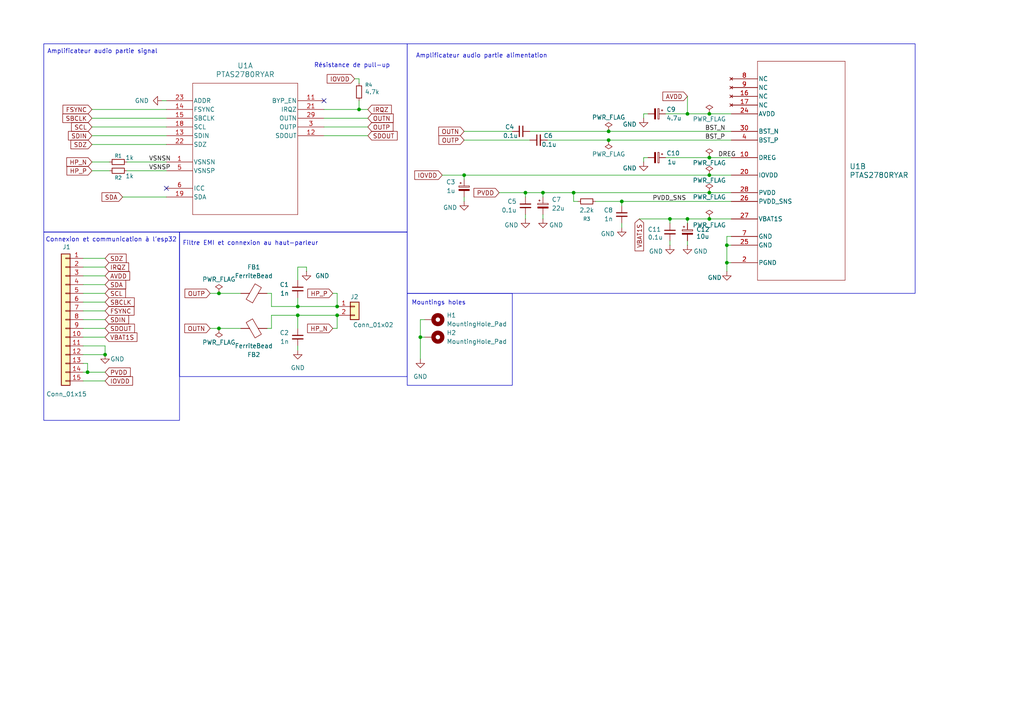
<source format=kicad_sch>
(kicad_sch (version 20250114) (generator "eeschema") (generator_version "9.0")
  (paper "A4")
  (title_block (title "Audio") (date "2025-12-14"))
  (lib_symbols
    (symbol "Connector_Generic:Conn_01x02" (pin_names (offset 1.016) (hide yes))
      (property "Reference" "J" (at 0 2.54 0))
      (property "Value" "Conn_01x02" (at 0 -5.08 0))
      (symbol "Conn_01x02_1_1"
        (rectangle (start -1.27 1.27) (end 1.27 -3.81) (stroke (width 0.254)) (fill (type background)))
        (rectangle (start -1.27 0.127) (end 0 -0.127) (stroke (width 0.1524)))
        (rectangle (start -1.27 -2.413) (end 0 -2.667) (stroke (width 0.1524)))
        (pin passive line (at -5.08 0 0) (length 3.81) (name "Pin_1") (number "1"))
        (pin passive line (at -5.08 -2.54 0) (length 3.81) (name "Pin_2") (number "2"))
      )
    )
    (symbol "Connector_Generic:Conn_01x15" (pin_names (offset 1.016) (hide yes))
      (property "Reference" "J" (at 0 20.32 0))
      (property "Value" "Conn_01x15" (at 0 -20.32 0))
      (symbol "Conn_01x15_1_1"
        (rectangle (start -1.27 19.05) (end 1.27 -19.05) (stroke (width 0.254)) (fill (type background)))
        (rectangle (start -1.27 17.907) (end 0 17.653) (stroke (width 0.1524)))
        (rectangle (start -1.27 15.367) (end 0 15.113) (stroke (width 0.1524)))
        (rectangle (start -1.27 12.827) (end 0 12.573) (stroke (width 0.1524)))
        (rectangle (start -1.27 10.287) (end 0 10.033) (stroke (width 0.1524)))
        (rectangle (start -1.27 7.747) (end 0 7.493) (stroke (width 0.1524)))
        (rectangle (start -1.27 5.207) (end 0 4.953) (stroke (width 0.1524)))
        (rectangle (start -1.27 2.667) (end 0 2.413) (stroke (width 0.1524)))
        (rectangle (start -1.27 0.127) (end 0 -0.127) (stroke (width 0.1524)))
        (rectangle (start -1.27 -2.413) (end 0 -2.667) (stroke (width 0.1524)))
        (rectangle (start -1.27 -4.953) (end 0 -5.207) (stroke (width 0.1524)))
        (rectangle (start -1.27 -7.493) (end 0 -7.747) (stroke (width 0.1524)))
        (rectangle (start -1.27 -10.033) (end 0 -10.287) (stroke (width 0.1524)))
        (rectangle (start -1.27 -12.573) (end 0 -12.827) (stroke (width 0.1524)))
        (rectangle (start -1.27 -15.113) (end 0 -15.367) (stroke (width 0.1524)))
        (rectangle (start -1.27 -17.653) (end 0 -17.907) (stroke (width 0.1524)))
        (pin passive line (at -5.08 17.78 0) (length 3.81) (name "Pin_1") (number "1"))
        (pin passive line (at -5.08 15.24 0) (length 3.81) (name "Pin_2") (number "2"))
        (pin passive line (at -5.08 12.7 0) (length 3.81) (name "Pin_3") (number "3"))
        (pin passive line (at -5.08 10.16 0) (length 3.81) (name "Pin_4") (number "4"))
        (pin passive line (at -5.08 7.62 0) (length 3.81) (name "Pin_5") (number "5"))
        (pin passive line (at -5.08 5.08 0) (length 3.81) (name "Pin_6") (number "6"))
        (pin passive line (at -5.08 2.54 0) (length 3.81) (name "Pin_7") (number "7"))
        (pin passive line (at -5.08 0 0) (length 3.81) (name "Pin_8") (number "8"))
        (pin passive line (at -5.08 -2.54 0) (length 3.81) (name "Pin_9") (number "9"))
        (pin passive line (at -5.08 -5.08 0) (length 3.81) (name "Pin_10") (number "10"))
        (pin passive line (at -5.08 -7.62 0) (length 3.81) (name "Pin_11") (number "11"))
        (pin passive line (at -5.08 -10.16 0) (length 3.81) (name "Pin_12") (number "12"))
        (pin passive line (at -5.08 -12.7 0) (length 3.81) (name "Pin_13") (number "13"))
        (pin passive line (at -5.08 -15.24 0) (length 3.81) (name "Pin_14") (number "14"))
        (pin passive line (at -5.08 -17.78 0) (length 3.81) (name "Pin_15") (number "15"))
      )
    )
    (symbol "Device:C_Polarized_Small" (pin_numbers (hide yes)) (pin_names (offset 0.254) (hide yes))
      (property "Reference" "C" (at 0.254 1.778 0))
      (property "Value" "C_Polarized_Small" (at 0.254 -2.032 0))
      (symbol "C_Polarized_Small_0_1"
        (rectangle (start -1.524 0.6858) (end 1.524 0.3048))
        (rectangle (start -1.524 -0.3048) (end 1.524 -0.6858) (fill (type outline)))
        (polyline (pts (xy -1.27 1.524) (xy -0.762 1.524)))
        (polyline (pts (xy -1.016 1.27) (xy -1.016 1.778)))
      )
      (symbol "C_Polarized_Small_1_1"
        (pin passive line (at 0 2.54 270) (length 1.8542) (name "~") (number "1"))
        (pin passive line (at 0 -2.54 90) (length 1.8542) (name "~") (number "2"))
      )
    )
    (symbol "Device:C_Small" (pin_numbers (hide yes)) (pin_names (offset 0.254) (hide yes))
      (property "Reference" "C" (at 0.254 1.778 0))
      (property "Value" "C_Small" (at 0.254 -2.032 0))
      (symbol "C_Small_0_1"
        (polyline (pts (xy -1.524 0.508) (xy 1.524 0.508)) (stroke (width 0.3048)))
        (polyline (pts (xy -1.524 -0.508) (xy 1.524 -0.508)) (stroke (width 0.3302)))
      )
      (symbol "C_Small_1_1"
        (pin passive line (at 0 2.54 270) (length 2.032) (name "~") (number "1"))
        (pin passive line (at 0 -2.54 90) (length 2.032) (name "~") (number "2"))
      )
    )
    (symbol "Device:FerriteBead" (pin_numbers (hide yes)) (pin_names (offset 0))
      (property "Reference" "FB" (at -3.81 0.635 90))
      (property "Value" "FerriteBead" (at 3.81 0 90))
      (symbol "FerriteBead_0_1"
        (polyline (pts (xy -2.7686 0.4064) (xy -1.7018 2.2606) (xy 2.7686 -0.3048) (xy 1.6764 -2.159) (xy -2.7686 0.4064)))
        (polyline (pts (xy 0 1.27) (xy 0 1.2954)))
        (polyline (pts (xy 0 -1.27) (xy 0 -1.2192)))
      )
      (symbol "FerriteBead_1_1"
        (pin passive line (at 0 3.81 270) (length 2.54) (name "~") (number "1"))
        (pin passive line (at 0 -3.81 90) (length 2.54) (name "~") (number "2"))
      )
    )
    (symbol "Device:R_Small" (pin_numbers (hide yes)) (pin_names (offset 0.254) (hide yes))
      (property "Reference" "R" (at 0 0 90))
      (property "Value" "R_Small" (at 1.778 0 90))
      (symbol "R_Small_0_1"
        (rectangle (start -0.762 1.778) (end 0.762 -1.778) (stroke (width 0.2032)))
      )
      (symbol "R_Small_1_1"
        (pin passive line (at 0 2.54 270) (length 0.762) (name "~") (number "1"))
        (pin passive line (at 0 -2.54 90) (length 0.762) (name "~") (number "2"))
      )
    )
    (symbol "Mechanical:MountingHole_Pad" (pin_numbers (hide yes)) (pin_names (offset 1.016) (hide yes)) (in_bom no)
      (property "Reference" "H" (at 0 6.35 0))
      (property "Value" "MountingHole_Pad" (at 0 4.445 0))
      (symbol "MountingHole_Pad_0_1"
        (circle (center 0 1.27) (radius 1.27) (stroke (width 1.27)))
      )
      (symbol "MountingHole_Pad_1_1"
        (pin input line (at 0 -2.54 90) (length 2.54) (name "1") (number "1"))
      )
    )
    (symbol "TAS2780:PTAS2780RYAR" (pin_names (offset 0.254))
      (property "Reference" "U" (at 22.86 10.16 0))
      (property "Value" "PTAS2780RYAR" (at 22.86 7.62 0))
      (symbol "PTAS2780RYAR_1_1"
        (polyline (pts (xy 7.62 5.08) (xy 7.62 -33.02)) (stroke (width 0.127)))
        (polyline (pts (xy 7.62 -33.02) (xy 38.1 -33.02)) (stroke (width 0.127)))
        (polyline (pts (xy 38.1 5.08) (xy 7.62 5.08)) (stroke (width 0.127)))
        (polyline (pts (xy 38.1 -33.02) (xy 38.1 5.08)) (stroke (width 0.127)))
        (pin input line (at 0 0 0) (length 7.62) (name "ADDR") (number "23"))
        (pin input line (at 0 -2.54 0) (length 7.62) (name "FSYNC") (number "14"))
        (pin input line (at 0 -5.08 0) (length 7.62) (name "SBCLK") (number "15"))
        (pin input line (at 0 -7.62 0) (length 7.62) (name "SCL") (number "18"))
        (pin input line (at 0 -10.16 0) (length 7.62) (name "SDIN") (number "13"))
        (pin input line (at 0 -12.7 0) (length 7.62) (name "SDZ") (number "22"))
        (pin input line (at 0 -17.78 0) (length 7.62) (name "VSNSN") (number "1"))
        (pin input line (at 0 -20.32 0) (length 7.62) (name "VSNSP") (number "5"))
        (pin unspecified line (at 0 -25.4 0) (length 7.62) (name "ICC") (number "6"))
        (pin bidirectional line (at 0 -27.94 0) (length 7.62) (name "SDA") (number "19"))
        (pin output line (at 45.72 0 180) (length 7.62) (name "BYP_EN") (number "11"))
        (pin output line (at 45.72 -2.54 180) (length 7.62) (name "IRQZ") (number "21"))
        (pin output line (at 45.72 -5.08 180) (length 7.62) (name "OUTN") (number "29"))
        (pin output line (at 45.72 -7.62 180) (length 7.62) (name "OUTP") (number "3"))
        (pin bidirectional line (at 45.72 -10.16 180) (length 7.62) (name "SDOUT") (number "12"))
      )
      (symbol "PTAS2780RYAR_2_1"
        (polyline (pts (xy 7.62 5.08) (xy 7.62 -58.42)) (stroke (width 0.127)))
        (polyline (pts (xy 7.62 -58.42) (xy 33.02 -58.42)) (stroke (width 0.127)))
        (polyline (pts (xy 33.02 5.08) (xy 7.62 5.08)) (stroke (width 0.127)))
        (polyline (pts (xy 33.02 -58.42) (xy 33.02 5.08)) (stroke (width 0.127)))
        (pin no_connect line (at 0 0 0) (length 7.62) (name "NC") (number "8"))
        (pin no_connect line (at 0 -2.54 0) (length 7.62) (name "NC") (number "9"))
        (pin no_connect line (at 0 -5.08 0) (length 7.62) (name "NC") (number "16"))
        (pin no_connect line (at 0 -7.62 0) (length 7.62) (name "NC") (number "17"))
        (pin power_in line (at 0 -10.16 0) (length 7.62) (name "AVDD") (number "24"))
        (pin power_in line (at 0 -15.24 0) (length 7.62) (name "BST_N") (number "30"))
        (pin power_in line (at 0 -17.78 0) (length 7.62) (name "BST_P") (number "4"))
        (pin power_in line (at 0 -22.86 0) (length 7.62) (name "DREG") (number "10"))
        (pin power_in line (at 0 -27.94 0) (length 7.62) (name "IOVDD") (number "20"))
        (pin power_in line (at 0 -33.02 0) (length 7.62) (name "PVDD") (number "28"))
        (pin input line (at 0 -35.56 0) (length 7.62) (name "PVDD_SNS") (number "26"))
        (pin power_in line (at 0 -40.64 0) (length 7.62) (name "VBAT1S") (number "27"))
        (pin power_out line (at 0 -45.72 0) (length 7.62) (name "GND") (number "7"))
        (pin power_out line (at 0 -48.26 0) (length 7.62) (name "GND") (number "25"))
        (pin power_out line (at 0 -53.34 0) (length 7.62) (name "PGND") (number "2"))
      )
    )
    (symbol "power:GND" (power) (pin_numbers (hide yes)) (pin_names (offset 0) (hide yes))
      (property "Value" "GND" (at 0 -3.81 0))
      (symbol "GND_0_1"
        (polyline (pts (xy 0 0) (xy 0 -1.27) (xy 1.27 -1.27) (xy 0 -2.54) (xy -1.27 -1.27) (xy 0 -1.27)))
      )
      (symbol "GND_1_1"
        (pin power_in line (at 0 0 270) (length 0) (name "~") (number "1"))
      )
    )
    (symbol "power:PWR_FLAG" (power) (pin_numbers (hide yes)) (pin_names (offset 0) (hide yes))
      (property "Value" "PWR_FLAG" (at 0 3.81 0))
      (symbol "PWR_FLAG_0_0"
        (pin power_out line (at 0 0 90) (length 0) (name "~") (number "1"))
      )
      (symbol "PWR_FLAG_0_1"
        (polyline (pts (xy 0 0) (xy 0 1.27) (xy -1.016 1.905) (xy 0 2.54) (xy 1.016 1.905) (xy 0 1.27)))
      )
    )
  )
  (rectangle (start 12.7 12.7) (end 118.11 67.31))
  (rectangle (start 118.11 12.7) (end 265.43 85.09))
  (rectangle (start 118.11 85.09) (end 148.59 111.76))
  (rectangle (start 52.07 67.31) (end 118.11 109.22))
  (rectangle (start 12.7 67.31) (end 52.07 121.92))
  (text "Amplificateur audio partie alimentation" (at 139.7 16.256 0) (effects (font (size 1.27 1.27))))
  (text "Connexion et communication à l'esp32" (at 32.258 69.596 0) (effects (font (size 1.27 1.27))))
  (text "Résistance de pull-up" (at 102.108 19.05 0) (effects (font (size 1.27 1.27))))
  (text "Mountings holes" (at 127.254 87.884 0) (effects (font (size 1.27 1.27))))
  (text "Amplificateur audio partie signal" (at 29.718 14.986 0) (effects (font (size 1.27 1.27))))
  (text "Filtre EMI et connexion au haut-parleur" (at 72.644 70.612 0) (effects (font (size 1.27 1.27))))
  (junction (at 176.53 38.1))
  (junction (at 86.36 91.44))
  (junction (at 134.62 50.8))
  (junction (at 199.39 63.5))
  (junction (at 205.74 33.02))
  (junction (at 25.4 107.95))
  (junction (at 157.48 55.88))
  (junction (at 30.48 102.87))
  (junction (at 86.36 88.9))
  (junction (at 205.74 50.8))
  (junction (at 97.79 88.9))
  (junction (at 210.82 71.12))
  (junction (at 63.5 85.09))
  (junction (at 104.14 31.75))
  (junction (at 205.74 45.72))
  (junction (at 166.37 55.88))
  (junction (at 205.74 55.88))
  (junction (at 194.31 63.5))
  (junction (at 205.74 63.5))
  (junction (at 180.34 58.42))
  (junction (at 152.4 55.88))
  (junction (at 121.92 97.79))
  (junction (at 176.53 40.64))
  (junction (at 63.5 95.25))
  (junction (at 210.82 76.2))
  (junction (at 199.39 33.02))
  (junction (at 97.79 91.44))
  (no_connect (at 93.98 29.21))
  (no_connect (at 48.26 54.61))
  (wire (pts (xy 153.67 38.1) (xy 176.53 38.1)))
  (wire (pts (xy 134.62 50.8) (xy 128.27 50.8)))
  (wire (pts (xy 210.82 71.12) (xy 212.09 71.12)))
  (wire (pts (xy 86.36 100.33) (xy 86.36 101.6)))
  (wire (pts (xy 36.83 49.53) (xy 48.26 49.53)))
  (wire (pts (xy 63.5 85.09) (xy 69.85 85.09)))
  (wire (pts (xy 26.67 41.91) (xy 48.26 41.91)))
  (wire (pts (xy 121.92 97.79) (xy 121.92 104.14)))
  (wire (pts (xy 186.69 34.29) (xy 186.69 33.02)))
  (wire (pts (xy 157.48 62.23) (xy 157.48 63.5)))
  (wire (pts (xy 144.78 55.88) (xy 152.4 55.88)))
  (wire (pts (xy 24.13 85.09) (xy 30.48 85.09)))
  (wire (pts (xy 24.13 102.87) (xy 30.48 102.87)))
  (wire (pts (xy 86.36 88.9) (xy 97.79 88.9)))
  (wire (pts (xy 78.74 91.44) (xy 78.74 95.25)))
  (wire (pts (xy 78.74 88.9) (xy 78.74 85.09)))
  (wire (pts (xy 24.13 97.79) (xy 30.48 97.79)))
  (wire (pts (xy 123.19 92.71) (xy 121.92 92.71)))
  (wire (pts (xy 26.67 36.83) (xy 48.26 36.83)))
  (wire (pts (xy 97.79 85.09) (xy 96.52 85.09)))
  (wire (pts (xy 134.62 57.15) (xy 134.62 58.42)))
  (wire (pts (xy 134.62 40.64) (xy 153.67 40.64)))
  (wire (pts (xy 104.14 29.21) (xy 104.14 31.75)))
  (wire (pts (xy 78.74 88.9) (xy 86.36 88.9)))
  (wire (pts (xy 199.39 27.94) (xy 199.39 33.02)))
  (wire (pts (xy 199.39 63.5) (xy 199.39 64.77)))
  (wire (pts (xy 78.74 91.44) (xy 86.36 91.44)))
  (wire (pts (xy 180.34 58.42) (xy 180.34 59.69)))
  (wire (pts (xy 24.13 90.17) (xy 30.48 90.17)))
  (wire (pts (xy 24.13 105.41) (xy 25.4 105.41)))
  (wire (pts (xy 186.69 45.72) (xy 187.96 45.72)))
  (wire (pts (xy 166.37 55.88) (xy 205.74 55.88)))
  (wire (pts (xy 46.99 29.21) (xy 48.26 29.21)))
  (wire (pts (xy 205.74 50.8) (xy 212.09 50.8)))
  (wire (pts (xy 186.69 46.99) (xy 186.69 45.72)))
  (wire (pts (xy 205.74 63.5) (xy 212.09 63.5)))
  (wire (pts (xy 24.13 100.33) (xy 30.48 100.33)))
  (wire (pts (xy 24.13 107.95) (xy 25.4 107.95)))
  (wire (pts (xy 24.13 77.47) (xy 30.48 77.47)))
  (wire (pts (xy 93.98 36.83) (xy 106.68 36.83)))
  (wire (pts (xy 96.52 95.25) (xy 97.79 95.25)))
  (wire (pts (xy 134.62 38.1) (xy 148.59 38.1)))
  (wire (pts (xy 121.92 92.71) (xy 121.92 97.79)))
  (wire (pts (xy 77.47 85.09) (xy 78.74 85.09)))
  (wire (pts (xy 104.14 31.75) (xy 106.68 31.75)))
  (wire (pts (xy 26.67 39.37) (xy 48.26 39.37)))
  (wire (pts (xy 93.98 34.29) (xy 106.68 34.29)))
  (wire (pts (xy 193.04 33.02) (xy 199.39 33.02)))
  (wire (pts (xy 24.13 80.01) (xy 30.48 80.01)))
  (wire (pts (xy 24.13 87.63) (xy 30.48 87.63)))
  (wire (pts (xy 193.04 45.72) (xy 205.74 45.72)))
  (wire (pts (xy 152.4 55.88) (xy 157.48 55.88)))
  (wire (pts (xy 158.75 40.64) (xy 176.53 40.64)))
  (wire (pts (xy 180.34 58.42) (xy 212.09 58.42)))
  (wire (pts (xy 26.67 49.53) (xy 31.75 49.53)))
  (wire (pts (xy 185.42 63.5) (xy 194.31 63.5)))
  (wire (pts (xy 210.82 76.2) (xy 212.09 76.2)))
  (wire (pts (xy 199.39 69.85) (xy 199.39 71.12)))
  (wire (pts (xy 210.82 71.12) (xy 210.82 76.2)))
  (wire (pts (xy 152.4 57.15) (xy 152.4 55.88)))
  (wire (pts (xy 199.39 33.02) (xy 205.74 33.02)))
  (wire (pts (xy 25.4 107.95) (xy 30.48 107.95)))
  (wire (pts (xy 166.37 58.42) (xy 167.64 58.42)))
  (wire (pts (xy 166.37 55.88) (xy 166.37 58.42)))
  (wire (pts (xy 24.13 110.49) (xy 30.48 110.49)))
  (wire (pts (xy 152.4 62.23) (xy 152.4 63.5)))
  (wire (pts (xy 88.9 77.47) (xy 86.36 77.47)))
  (wire (pts (xy 194.31 64.77) (xy 194.31 63.5)))
  (wire (pts (xy 176.53 38.1) (xy 212.09 38.1)))
  (wire (pts (xy 24.13 82.55) (xy 30.48 82.55)))
  (wire (pts (xy 210.82 68.58) (xy 210.82 71.12)))
  (wire (pts (xy 26.67 46.99) (xy 31.75 46.99)))
  (wire (pts (xy 60.96 85.09) (xy 63.5 85.09)))
  (wire (pts (xy 93.98 39.37) (xy 106.68 39.37)))
  (wire (pts (xy 24.13 95.25) (xy 30.48 95.25)))
  (wire (pts (xy 210.82 76.2) (xy 210.82 78.74)))
  (wire (pts (xy 36.83 46.99) (xy 48.26 46.99)))
  (wire (pts (xy 86.36 91.44) (xy 97.79 91.44)))
  (wire (pts (xy 123.19 97.79) (xy 121.92 97.79)))
  (wire (pts (xy 180.34 64.77) (xy 180.34 66.04)))
  (wire (pts (xy 212.09 55.88) (xy 205.74 55.88)))
  (wire (pts (xy 25.4 107.95) (xy 25.4 105.41)))
  (wire (pts (xy 176.53 40.64) (xy 212.09 40.64)))
  (wire (pts (xy 194.31 69.85) (xy 194.31 71.12)))
  (wire (pts (xy 97.79 85.09) (xy 97.79 88.9)))
  (wire (pts (xy 102.87 22.86) (xy 104.14 22.86)))
  (wire (pts (xy 134.62 50.8) (xy 205.74 50.8)))
  (wire (pts (xy 157.48 55.88) (xy 166.37 55.88)))
  (wire (pts (xy 63.5 95.25) (xy 69.85 95.25)))
  (wire (pts (xy 26.67 34.29) (xy 48.26 34.29)))
  (wire (pts (xy 86.36 95.25) (xy 86.36 91.44)))
  (wire (pts (xy 194.31 63.5) (xy 199.39 63.5)))
  (wire (pts (xy 30.48 100.33) (xy 30.48 102.87)))
  (wire (pts (xy 134.62 50.8) (xy 134.62 52.07)))
  (wire (pts (xy 205.74 45.72) (xy 212.09 45.72)))
  (wire (pts (xy 86.36 86.36) (xy 86.36 88.9)))
  (wire (pts (xy 93.98 31.75) (xy 104.14 31.75)))
  (wire (pts (xy 97.79 95.25) (xy 97.79 91.44)))
  (wire (pts (xy 35.56 57.15) (xy 48.26 57.15)))
  (wire (pts (xy 212.09 68.58) (xy 210.82 68.58)))
  (wire (pts (xy 26.67 31.75) (xy 48.26 31.75)))
  (wire (pts (xy 24.13 74.93) (xy 30.48 74.93)))
  (wire (pts (xy 186.69 33.02) (xy 187.96 33.02)))
  (wire (pts (xy 86.36 77.47) (xy 86.36 81.28)))
  (wire (pts (xy 24.13 92.71) (xy 30.48 92.71)))
  (wire (pts (xy 88.9 78.74) (xy 88.9 77.47)))
  (wire (pts (xy 172.72 58.42) (xy 180.34 58.42)))
  (wire (pts (xy 157.48 57.15) (xy 157.48 55.88)))
  (wire (pts (xy 199.39 63.5) (xy 205.74 63.5)))
  (wire (pts (xy 205.74 33.02) (xy 212.09 33.02)))
  (wire (pts (xy 60.96 95.25) (xy 63.5 95.25)))
  (wire (pts (xy 104.14 22.86) (xy 104.14 24.13)))
  (wire (pts (xy 77.47 95.25) (xy 78.74 95.25)))
  (label "BST_N" (at 204.47 38.1 0))
  (label "VSNSN" (at 43.18 46.99 0))
  (label "BST_P" (at 204.47 40.64 0))
  (label "PVDD_SNS" (at 189.23 58.42 0))
  (label "VSNSP" (at 43.18 49.53 0))
  (label "DREG" (at 208.28 45.72 0))
  (global_label "OUTN" (shape input) (at 134.62 38.1 180) (property "Intersheetrefs" "${INTERSHEET_REFS}" (effects (hide yes))))
  (global_label "OUTP" (shape input) (at 134.62 40.64 180) (property "Intersheetrefs" "${INTERSHEET_REFS}" (effects (hide yes))))
  (global_label "SDZ" (shape input) (at 26.67 41.91 180) (property "Intersheetrefs" "${INTERSHEET_REFS}" (effects (hide yes))))
  (global_label "AVDD" (shape input) (at 199.39 27.94 180) (property "Intersheetrefs" "${INTERSHEET_REFS}" (effects (hide yes))))
  (global_label "OUTP" (shape input) (at 106.68 36.83 0) (property "Intersheetrefs" "${INTERSHEET_REFS}" (effects (hide yes))))
  (global_label "SDA" (shape input) (at 35.56 57.15 180) (property "Intersheetrefs" "${INTERSHEET_REFS}" (effects (hide yes))))
  (global_label "IOVDD" (shape input) (at 102.87 22.86 180) (property "Intersheetrefs" "${INTERSHEET_REFS}" (effects (hide yes))))
  (global_label "SDOUT" (shape input) (at 30.48 95.25 0) (property "Intersheetrefs" "${INTERSHEET_REFS}" (effects (hide yes))))
  (global_label "OUTP" (shape input) (at 60.96 85.09 180) (property "Intersheetrefs" "${INTERSHEET_REFS}" (effects (hide yes))))
  (global_label "IRQZ" (shape input) (at 30.48 77.47 0) (property "Intersheetrefs" "${INTERSHEET_REFS}" (effects (hide yes))))
  (global_label "HP_P" (shape input) (at 96.52 85.09 180) (property "Intersheetrefs" "${INTERSHEET_REFS}" (effects (hide yes))))
  (global_label "IRQZ" (shape input) (at 106.68 31.75 0) (property "Intersheetrefs" "${INTERSHEET_REFS}" (effects (hide yes))))
  (global_label "FSYNC" (shape input) (at 30.48 90.17 0) (property "Intersheetrefs" "${INTERSHEET_REFS}" (effects (hide yes))))
  (global_label "IOVDD" (shape input) (at 128.27 50.8 180) (property "Intersheetrefs" "${INTERSHEET_REFS}" (effects (hide yes))))
  (global_label "FSYNC" (shape input) (at 26.67 31.75 180) (property "Intersheetrefs" "${INTERSHEET_REFS}" (effects (hide yes))))
  (global_label "SBCLK" (shape input) (at 30.48 87.63 0) (property "Intersheetrefs" "${INTERSHEET_REFS}" (effects (hide yes))))
  (global_label "OUTN" (shape input) (at 60.96 95.25 180) (property "Intersheetrefs" "${INTERSHEET_REFS}" (effects (hide yes))))
  (global_label "PVDD" (shape input) (at 30.48 107.95 0) (property "Intersheetrefs" "${INTERSHEET_REFS}" (effects (hide yes))))
  (global_label "SDZ" (shape input) (at 30.48 74.93 0) (property "Intersheetrefs" "${INTERSHEET_REFS}" (effects (hide yes))))
  (global_label "SDOUT" (shape input) (at 106.68 39.37 0) (property "Intersheetrefs" "${INTERSHEET_REFS}" (effects (hide yes))))
  (global_label "SDIN" (shape input) (at 30.48 92.71 0) (property "Intersheetrefs" "${INTERSHEET_REFS}" (effects (hide yes))))
  (global_label "IOVDD" (shape input) (at 30.48 110.49 0) (property "Intersheetrefs" "${INTERSHEET_REFS}" (effects (hide yes))))
  (global_label "AVDD" (shape input) (at 30.48 80.01 0) (property "Intersheetrefs" "${INTERSHEET_REFS}" (effects (hide yes))))
  (global_label "PVDD" (shape input) (at 144.78 55.88 180) (property "Intersheetrefs" "${INTERSHEET_REFS}" (effects (hide yes))))
  (global_label "SDIN" (shape input) (at 26.67 39.37 180) (property "Intersheetrefs" "${INTERSHEET_REFS}" (effects (hide yes))))
  (global_label "OUTN" (shape input) (at 106.68 34.29 0) (property "Intersheetrefs" "${INTERSHEET_REFS}" (effects (hide yes))))
  (global_label "SBCLK" (shape input) (at 26.67 34.29 180) (property "Intersheetrefs" "${INTERSHEET_REFS}" (effects (hide yes))))
  (global_label "VBAT1S" (shape input) (at 30.48 97.79 0) (property "Intersheetrefs" "${INTERSHEET_REFS}" (effects (hide yes))))
  (global_label "HP_N" (shape input) (at 26.67 46.99 180) (property "Intersheetrefs" "${INTERSHEET_REFS}" (effects (hide yes))))
  (global_label "HP_N" (shape input) (at 96.52 95.25 180) (property "Intersheetrefs" "${INTERSHEET_REFS}" (effects (hide yes))))
  (global_label "SCL" (shape input) (at 26.67 36.83 180) (property "Intersheetrefs" "${INTERSHEET_REFS}" (effects (hide yes))))
  (global_label "VBAT1S" (shape input) (at 185.42 63.5 270) (property "Intersheetrefs" "${INTERSHEET_REFS}" (effects (hide yes))))
  (global_label "SDA" (shape input) (at 30.48 82.55 0) (property "Intersheetrefs" "${INTERSHEET_REFS}" (effects (hide yes))))
  (global_label "SCL" (shape input) (at 30.48 85.09 0) (property "Intersheetrefs" "${INTERSHEET_REFS}" (effects (hide yes))))
  (global_label "HP_P" (shape input) (at 26.67 49.53 180) (property "Intersheetrefs" "${INTERSHEET_REFS}" (effects (hide yes))))
  (symbol (lib_id "power:PWR_FLAG") (at 63.5 85.09 0) (unit 1)
    (property "Reference" "#FLG08" (effects (hide yes)))
    (property "Value" "PWR_FLAG" (at 63.5 81.026 0))
    (property "Description" "Special symbol for telling ERC where power comes from" (effects (hide yes)))
  )
  (symbol (lib_id "power:PWR_FLAG") (at 205.74 45.72 0) (unit 1)
    (property "Reference" "#FLG04" (effects (hide yes)))
    (property "Value" "PWR_FLAG" (at 205.74 47.244 0))
    (property "Description" "Special symbol for telling ERC where power comes from" (effects (hide yes)))
  )
  (symbol (lib_id "power:GND") (at 194.31 71.12 0) (unit 1)
    (property "Reference" "#PWR010" (effects (hide yes)))
    (property "Value" "GND" (at 190.246 72.898 0))
    (property "Description" "Power symbol creates a global label with name \"GND\" , ground" (effects (hide yes)))
  )
  (symbol (lib_id "power:PWR_FLAG") (at 205.74 50.8 0) (unit 1)
    (property "Reference" "#FLG05" (effects (hide yes)))
    (property "Value" "PWR_FLAG" (at 205.74 52.324 0))
    (property "Description" "Special symbol for telling ERC where power comes from" (effects (hide yes)))
  )
  (symbol (lib_id "Device:C_Polarized_Small") (at 190.5 45.72 270) (unit 1)
    (property "Reference" "C10" (at 193.294 44.45 90) (effects (justify left)))
    (property "Value" "1u" (at 193.548 46.99 90) (effects (justify left)))
    (property "Footprint" "Capacitor_SMD:C_0603_1608Metric_Pad1.08x0.95mm_HandSolder" (effects (hide yes)))
    (property "Description" "Polarized capacitor, small symbol" (effects (hide yes)))
  )
  (symbol (lib_id "Device:FerriteBead") (at 73.66 95.25 90) (mirror x) (unit 1)
    (property "Reference" "FB2" (at 73.6092 102.87 90))
    (property "Value" "FerriteBead" (at 73.6092 100.33 90))
    (property "Footprint" "Capacitor_SMD:C_1206_3216Metric_Pad1.33x1.80mm_HandSolder" (effects (hide yes)))
    (property "Description" "Ferrite bead" (effects (hide yes)))
  )
  (symbol (lib_id "Device:R_Small") (at 104.14 26.67 0) (unit 1)
    (property "Reference" "R4" (at 106.934 24.638 0) (effects (font (size 1.016 1.016))))
    (property "Value" "4.7k" (at 107.95 26.67 0))
    (property "Footprint" "Resistor_SMD:R_0603_1608Metric_Pad0.98x0.95mm_HandSolder" (effects (hide yes)))
    (property "Description" "Resistor, small symbol" (effects (hide yes)))
  )
  (symbol (lib_id "power:PWR_FLAG") (at 205.74 63.5 0) (unit 1)
    (property "Reference" "#FLG07" (effects (hide yes)))
    (property "Value" "PWR_FLAG" (at 205.74 65.278 0))
    (property "Description" "Special symbol for telling ERC where power comes from" (effects (hide yes)))
  )
  (symbol (lib_id "Connector_Generic:Conn_01x02") (at 102.87 88.9 0) (unit 1)
    (property "Reference" "J2" (at 101.6 86.106 0) (effects (justify left)))
    (property "Value" "Conn_01x02" (at 102.362 94.234 0) (effects (justify left)))
    (property "Footprint" "Connector_PinHeader_2.00mm:PinHeader_1x02_P2.00mm_Vertical" (effects (hide yes)))
    (property "Description" "Generic connector, single row, 01x02, script generated (kicad-library-utils/schlib/autogen/connector/)" (effects (hide yes)))
  )
  (symbol (lib_id "Connector_Generic:Conn_01x15") (at 19.05 92.71 0) (mirror y) (unit 1)
    (property "Reference" "J1" (at 19.304 71.628 0))
    (property "Value" "Conn_01x15" (at 19.304 114.3 0))
    (property "Footprint" "Connector_PinHeader_2.00mm:PinHeader_1x15_P2.00mm_Vertical" (effects (hide yes)))
    (property "Description" "Generic connector, single row, 01x15, script generated (kicad-library-utils/schlib/autogen/connector/)" (effects (hide yes)))
  )
  (symbol (lib_id "TAS2780:PTAS2780RYAR") (at 212.09 22.86 0) (unit 2)
    (property "Reference" "U1" (at 246.38 48.2599 0) (effects (font (size 1.524 1.524)) (justify left)))
    (property "Value" "PTAS2780RYAR" (at 246.38 50.7999 0) (effects (font (size 1.524 1.524)) (justify left)))
    (property "Footprint" "TAS2780:VQFN-HR_RYA_TEX" (effects (hide yes)))
    (property "Datasheet" "https://www.ti.com/lit/gpn/tas2780" (effects (hide yes)))
  )
  (symbol (lib_id "power:GND") (at 134.62 58.42 0) (unit 1)
    (property "Reference" "#PWR04" (effects (hide yes)))
    (property "Value" "GND" (at 130.556 60.198 0))
    (property "Description" "Power symbol creates a global label with name \"GND\" , ground" (effects (hide yes)))
  )
  (symbol (lib_id "power:PWR_FLAG") (at 176.53 38.1 0) (unit 1)
    (property "Reference" "#FLG01" (effects (hide yes)))
    (property "Value" "PWR_FLAG" (at 176.53 34.036 0))
    (property "Description" "Special symbol for telling ERC where power comes from" (effects (hide yes)))
  )
  (symbol (lib_id "Device:C_Polarized_Small") (at 190.5 33.02 270) (unit 1)
    (property "Reference" "C9" (at 193.294 31.75 90) (effects (justify left)))
    (property "Value" "4.7u" (at 193.294 34.29 90) (effects (justify left)))
    (property "Footprint" "Capacitor_SMD:C_0603_1608Metric_Pad1.08x0.95mm_HandSolder" (effects (hide yes)))
    (property "Description" "Polarized capacitor, small symbol" (effects (hide yes)))
  )
  (symbol (lib_id "Device:C_Small") (at 194.31 67.31 0) (unit 1)
    (property "Reference" "C11" (at 191.77 66.548 0) (effects (justify right)))
    (property "Value" "0.1u" (at 192.278 68.834 0) (effects (justify right)))
    (property "Footprint" "Capacitor_SMD:C_0603_1608Metric_Pad1.08x0.95mm_HandSolder" (effects (hide yes)))
    (property "Description" "Unpolarized capacitor, small symbol" (effects (hide yes)))
  )
  (symbol (lib_id "Mechanical:MountingHole_Pad") (at 125.73 97.79 270) (unit 1) (in_bom no)
    (property "Reference" "H2" (at 129.54 96.5199 90) (effects (justify left)))
    (property "Value" "MountingHole_Pad" (at 129.54 99.0599 90) (effects (justify left)))
    (property "Footprint" "MountingHole:MountingHole_2.2mm_M2_DIN965_Pad" (effects (hide yes)))
    (property "Description" "Mounting Hole with connection" (effects (hide yes)))
  )
  (symbol (lib_id "power:GND") (at 180.34 66.04 0) (unit 1)
    (property "Reference" "#PWR07" (effects (hide yes)))
    (property "Value" "GND" (at 176.276 67.818 0))
    (property "Description" "Power symbol creates a global label with name \"GND\" , ground" (effects (hide yes)))
  )
  (symbol (lib_id "Device:C_Polarized_Small") (at 157.48 59.69 0) (unit 1)
    (property "Reference" "C7" (at 160.02 57.8738 0) (effects (justify left)))
    (property "Value" "22u" (at 160.02 60.4138 0) (effects (justify left)))
    (property "Footprint" "Capacitor_SMD:C_1210_3225Metric_Pad1.33x2.70mm_HandSolder" (effects (hide yes)))
    (property "Description" "Polarized capacitor, small symbol" (effects (hide yes)))
  )
  (symbol (lib_id "Device:C_Small") (at 152.4 59.69 0) (unit 1)
    (property "Reference" "C5" (at 149.86 58.4262 0) (effects (justify right)))
    (property "Value" "0.1u" (at 149.86 60.9662 0) (effects (justify right)))
    (property "Footprint" "Capacitor_SMD:C_0805_2012Metric_Pad1.18x1.45mm_HandSolder" (effects (hide yes)))
    (property "Description" "Unpolarized capacitor, small symbol" (effects (hide yes)))
  )
  (symbol (lib_id "power:GND") (at 30.48 102.87 0) (unit 1)
    (property "Reference" "#PWR015" (effects (hide yes)))
    (property "Value" "GND" (at 34.036 104.14 0))
    (property "Description" "Power symbol creates a global label with name \"GND\" , ground" (effects (hide yes)))
  )
  (symbol (lib_id "power:GND") (at 186.69 46.99 0) (unit 1)
    (property "Reference" "#PWR09" (effects (hide yes)))
    (property "Value" "GND" (at 182.626 48.768 0))
    (property "Description" "Power symbol creates a global label with name \"GND\" , ground" (effects (hide yes)))
  )
  (symbol (lib_id "Device:C_Small") (at 180.34 62.23 0) (mirror y) (unit 1)
    (property "Reference" "C8" (at 177.8 60.9662 0) (effects (justify left)))
    (property "Value" "1n" (at 177.8 63.5062 0) (effects (justify left)))
    (property "Footprint" "Capacitor_SMD:C_0603_1608Metric_Pad1.08x0.95mm_HandSolder" (effects (hide yes)))
    (property "Description" "Unpolarized capacitor, small symbol" (effects (hide yes)))
  )
  (symbol (lib_id "power:GND") (at 199.39 71.12 0) (unit 1)
    (property "Reference" "#PWR011" (effects (hide yes)))
    (property "Value" "GND" (at 203.2 72.898 0))
    (property "Description" "Power symbol creates a global label with name \"GND\" , ground" (effects (hide yes)))
  )
  (symbol (lib_id "TAS2780:PTAS2780RYAR") (at 48.26 29.21 0) (unit 1)
    (property "Reference" "U1" (at 71.12 19.05 0) (effects (font (size 1.524 1.524))))
    (property "Value" "PTAS2780RYAR" (at 71.12 21.59 0) (effects (font (size 1.524 1.524))))
    (property "Footprint" "TAS2780:VQFN-HR_RYA_TEX" (effects (hide yes)))
    (property "Datasheet" "https://www.ti.com/lit/gpn/tas2780" (effects (hide yes)))
  )
  (symbol (lib_id "Device:R_Small") (at 34.29 49.53 90) (mirror x) (unit 1)
    (property "Reference" "R2" (at 34.29 51.562 90) (effects (font (size 1.016 1.016))))
    (property "Value" "1k" (at 37.592 51.054 90))
    (property "Footprint" "Resistor_SMD:R_0603_1608Metric_Pad0.98x0.95mm_HandSolder" (effects (hide yes)))
    (property "Description" "Resistor, small symbol" (effects (hide yes)))
  )
  (symbol (lib_id "Device:FerriteBead") (at 73.66 85.09 90) (unit 1)
    (property "Reference" "FB1" (at 73.6092 77.47 90))
    (property "Value" "FerriteBead" (at 73.6092 80.01 90))
    (property "Footprint" "Capacitor_SMD:C_1206_3216Metric_Pad1.33x1.80mm_HandSolder" (effects (hide yes)))
    (property "Description" "Ferrite bead" (effects (hide yes)))
  )
  (symbol (lib_id "power:GND") (at 210.82 78.74 0) (unit 1)
    (property "Reference" "#PWR012" (effects (hide yes)))
    (property "Value" "GND" (at 205.232 80.518 0) (effects (justify left)))
    (property "Description" "Power symbol creates a global label with name \"GND\" , ground" (effects (hide yes)))
  )
  (symbol (lib_id "Device:C_Small") (at 86.36 97.79 0) (unit 1)
    (property "Reference" "C2" (at 83.82 96.5262 0) (effects (justify right)))
    (property "Value" "1n" (at 83.82 99.0662 0) (effects (justify right)))
    (property "Footprint" "Capacitor_SMD:C_0603_1608Metric_Pad1.08x0.95mm_HandSolder" (effects (hide yes)))
    (property "Description" "Unpolarized capacitor, small symbol" (effects (hide yes)))
  )
  (symbol (lib_id "power:GND") (at 88.9 78.74 0) (unit 1)
    (property "Reference" "#PWR03" (effects (hide yes)))
    (property "Value" "GND" (at 91.44 80.0099 0) (effects (justify left)))
    (property "Description" "Power symbol creates a global label with name \"GND\" , ground" (effects (hide yes)))
  )
  (symbol (lib_id "power:GND") (at 86.36 101.6 0) (unit 1)
    (property "Reference" "#PWR02" (effects (hide yes)))
    (property "Value" "GND" (at 86.36 106.68 0))
    (property "Description" "Power symbol creates a global label with name \"GND\" , ground" (effects (hide yes)))
  )
  (symbol (lib_id "Mechanical:MountingHole_Pad") (at 125.73 92.71 270) (unit 1) (in_bom no)
    (property "Reference" "H1" (at 129.54 91.4399 90) (effects (justify left)))
    (property "Value" "MountingHole_Pad" (at 129.54 93.9799 90) (effects (justify left)))
    (property "Footprint" "MountingHole:MountingHole_2.2mm_M2_DIN965_Pad" (effects (hide yes)))
    (property "Description" "Mounting Hole with connection" (effects (hide yes)))
  )
  (symbol (lib_id "power:GND") (at 157.48 63.5 0) (unit 1)
    (property "Reference" "#PWR06" (effects (hide yes)))
    (property "Value" "GND" (at 161.29 65.278 0))
    (property "Description" "Power symbol creates a global label with name \"GND\" , ground" (effects (hide yes)))
  )
  (symbol (lib_id "Device:C_Polarized_Small") (at 134.62 54.61 0) (unit 1)
    (property "Reference" "C3" (at 132.08 52.7938 0) (effects (justify right)))
    (property "Value" "1u" (at 132.08 55.3338 0) (effects (justify right)))
    (property "Footprint" "Capacitor_SMD:C_0603_1608Metric_Pad1.08x0.95mm_HandSolder" (effects (hide yes)))
    (property "Description" "Polarized capacitor, small symbol" (effects (hide yes)))
  )
  (symbol (lib_id "Device:C_Polarized_Small") (at 199.39 67.31 0) (unit 1)
    (property "Reference" "C12" (at 201.93 66.548 0) (effects (justify left)))
    (property "Value" "10u" (at 201.93 68.58 0) (effects (justify left)))
    (property "Footprint" "Capacitor_SMD:C_0805_2012Metric_Pad1.18x1.45mm_HandSolder" (effects (hide yes)))
    (property "Description" "Polarized capacitor, small symbol" (effects (hide yes)))
  )
  (symbol (lib_id "power:GND") (at 46.99 29.21 270) (unit 1)
    (property "Reference" "#PWR01" (effects (hide yes)))
    (property "Value" "GND" (at 43.18 29.2099 90) (effects (justify right)))
    (property "Description" "Power symbol creates a global label with name \"GND\" , ground" (effects (hide yes)))
  )
  (symbol (lib_id "Device:R_Small") (at 34.29 46.99 90) (unit 1)
    (property "Reference" "R1" (at 34.29 45.212 90) (effects (font (size 1.016 1.016))))
    (property "Value" "1k" (at 37.592 45.72 90))
    (property "Footprint" "Resistor_SMD:R_0603_1608Metric_Pad0.98x0.95mm_HandSolder" (effects (hide yes)))
    (property "Description" "Resistor, small symbol" (effects (hide yes)))
  )
  (symbol (lib_id "power:PWR_FLAG") (at 63.5 95.25 180) (unit 1)
    (property "Reference" "#FLG09" (effects (hide yes)))
    (property "Value" "PWR_FLAG" (at 63.5 99.314 0))
    (property "Description" "Special symbol for telling ERC where power comes from" (effects (hide yes)))
  )
  (symbol (lib_id "power:PWR_FLAG") (at 205.74 33.02 0) (unit 1)
    (property "Reference" "#FLG03" (effects (hide yes)))
    (property "Value" "PWR_FLAG" (at 205.74 34.544 0))
    (property "Description" "Special symbol for telling ERC where power comes from" (effects (hide yes)))
  )
  (symbol (lib_id "power:GND") (at 186.69 34.29 0) (unit 1)
    (property "Reference" "#PWR08" (effects (hide yes)))
    (property "Value" "GND" (at 182.626 36.068 0))
    (property "Description" "Power symbol creates a global label with name \"GND\" , ground" (effects (hide yes)))
  )
  (symbol (lib_id "power:PWR_FLAG") (at 176.53 40.64 180) (unit 1)
    (property "Reference" "#FLG02" (effects (hide yes)))
    (property "Value" "PWR_FLAG" (at 176.53 44.704 0))
    (property "Description" "Special symbol for telling ERC where power comes from" (effects (hide yes)))
  )
  (symbol (lib_id "Device:R_Small") (at 170.18 58.42 270) (unit 1)
    (property "Reference" "R3" (at 170.18 63.5 90) (effects (font (size 1.016 1.016))))
    (property "Value" "2.2k" (at 170.18 60.96 90))
    (property "Footprint" "Resistor_SMD:R_0603_1608Metric_Pad0.98x0.95mm_HandSolder" (effects (hide yes)))
    (property "Description" "Resistor, small symbol" (effects (hide yes)))
  )
  (symbol (lib_id "power:PWR_FLAG") (at 205.74 55.88 0) (unit 1)
    (property "Reference" "#FLG06" (effects (hide yes)))
    (property "Value" "PWR_FLAG" (at 205.74 57.15 0))
    (property "Description" "Special symbol for telling ERC where power comes from" (effects (hide yes)))
  )
  (symbol (lib_id "power:GND") (at 121.92 104.14 0) (unit 1)
    (property "Reference" "#PWR014" (effects (hide yes)))
    (property "Value" "GND" (at 121.92 109.22 0))
    (property "Description" "Power symbol creates a global label with name \"GND\" , ground" (effects (hide yes)))
  )
  (symbol (lib_id "Device:C_Small") (at 156.21 40.64 90) (unit 1)
    (property "Reference" "C6" (at 159.004 39.37 90))
    (property "Value" "0.1u" (at 159.258 41.91 90))
    (property "Footprint" "Capacitor_SMD:C_0603_1608Metric_Pad1.08x0.95mm_HandSolder" (effects (hide yes)))
    (property "Description" "Unpolarized capacitor, small symbol" (effects (hide yes)))
  )
  (symbol (lib_id "Device:C_Small") (at 86.36 83.82 0) (unit 1)
    (property "Reference" "C1" (at 83.82 82.5562 0) (effects (justify right)))
    (property "Value" "1n" (at 83.82 85.0962 0) (effects (justify right)))
    (property "Footprint" "Capacitor_SMD:C_0603_1608Metric_Pad1.08x0.95mm_HandSolder" (effects (hide yes)))
    (property "Description" "Unpolarized capacitor, small symbol" (effects (hide yes)))
  )
  (symbol (lib_id "Device:C_Small") (at 151.13 38.1 270) (unit 1)
    (property "Reference" "C4" (at 147.828 36.83 90))
    (property "Value" "0.1u" (at 148.082 39.37 90))
    (property "Footprint" "Capacitor_SMD:C_0603_1608Metric_Pad1.08x0.95mm_HandSolder" (effects (hide yes)))
    (property "Description" "Unpolarized capacitor, small symbol" (effects (hide yes)))
  )
  (symbol (lib_id "power:GND") (at 152.4 63.5 0) (unit 1)
    (property "Reference" "#PWR05" (effects (hide yes)))
    (property "Value" "GND" (at 148.336 65.278 0))
    (property "Description" "Power symbol creates a global label with name \"GND\" , ground" (effects (hide yes)))
  )
)
</source>
